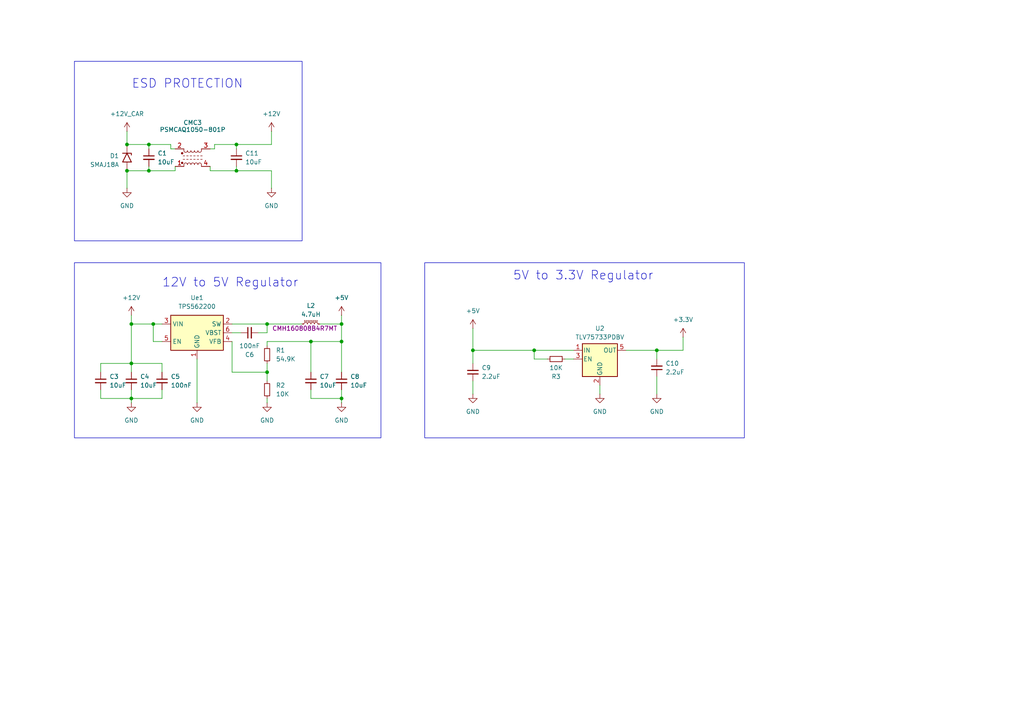
<source format=kicad_sch>
(kicad_sch (version 20231120) (generator "eeschema") (generator_version "8.0")
  (paper "A4")
  (lib_symbols
    (symbol "Device:C_Small" (pin_numbers hide) (pin_names (offset 0.254) hide)
      (property "Reference" "C" (at 0.254 1.778 0))
      (property "Value" "C_Small" (at 0.254 -2.032 0))
      (symbol "C_Small_0_1"
        (polyline (pts (xy -1.524 -0.508) (xy 1.524 -0.508)) (stroke (width 0.3302)))
        (polyline (pts (xy -1.524 0.508) (xy 1.524 0.508)) (stroke (width 0.3048)))
      )
      (symbol "C_Small_1_1"
        (pin passive line (at 0 2.54 270) (length 2.032) (name "~") (number "1"))
        (pin passive line (at 0 -2.54 90) (length 2.032) (name "~") (number "2"))
      )
    )
    (symbol "Device:L_Ferrite_Coupled_1423" (pin_names (offset 0.254) hide)
      (property "Reference" "L" (at 0 4.445 0))
      (property "Value" "L_Ferrite_Coupled_1423" (at 0 -4.445 0))
      (symbol "L_Ferrite_Coupled_1423_0_1"
        (circle (center -3.048 -1.27) (radius 0.254) (fill (type outline)))
        (circle (center -3.048 1.524) (radius 0.254) (fill (type outline)))
        (arc (start -2.54 2.032) (mid -2.032 1.5262) (end -1.524 2.032))
        (arc (start -1.524 -2.032) (mid -2.032 -1.5262) (end -2.54 -2.032))
        (arc (start -1.524 2.032) (mid -1.016 1.5262) (end -0.508 2.032))
        (arc (start -0.508 -2.032) (mid -1.016 -1.5262) (end -1.524 -2.032))
        (arc (start -0.508 2.032) (mid 0 1.5262) (end 0.508 2.032))
        (polyline (pts (xy -2.794 -0.508) (xy -2.286 -0.508)))
        (polyline (pts (xy -2.794 0.508) (xy -2.286 0.508)))
        (polyline (pts (xy -2.54 -2.032) (xy -2.54 -2.54)))
        (polyline (pts (xy -2.54 2.032) (xy -2.54 2.54)))
        (polyline (pts (xy -1.778 -0.508) (xy -1.27 -0.508)))
        (polyline (pts (xy -1.778 0.508) (xy -1.27 0.508)))
        (polyline (pts (xy -0.762 -0.508) (xy -0.254 -0.508)))
        (polyline (pts (xy -0.762 0.508) (xy -0.254 0.508)))
        (polyline (pts (xy 0.254 -0.508) (xy 0.762 -0.508)))
        (polyline (pts (xy 0.254 0.508) (xy 0.762 0.508)))
        (polyline (pts (xy 1.27 -0.508) (xy 1.778 -0.508)))
        (polyline (pts (xy 1.27 0.508) (xy 1.778 0.508)))
        (polyline (pts (xy 2.286 -0.508) (xy 2.794 -0.508)))
        (polyline (pts (xy 2.286 0.508) (xy 2.794 0.508)))
        (polyline (pts (xy 2.54 -2.032) (xy 2.54 -2.54)))
        (polyline (pts (xy 2.54 2.54) (xy 2.54 2.032)))
        (arc (start 0.508 -2.032) (mid 0 -1.5262) (end -0.508 -2.032))
        (arc (start 0.508 2.032) (mid 1.016 1.5262) (end 1.524 2.032))
        (arc (start 1.524 -2.032) (mid 1.016 -1.5262) (end 0.508 -2.032))
        (arc (start 1.524 2.032) (mid 2.032 1.5262) (end 2.54 2.032))
        (arc (start 2.54 -2.032) (mid 2.032 -1.5262) (end 1.524 -2.032))
      )
      (symbol "L_Ferrite_Coupled_1423_1_1"
        (pin passive line (at -5.08 2.54 0) (length 2.54) (name "1") (number "1"))
        (pin passive line (at -5.08 -2.54 0) (length 2.54) (name "2") (number "2"))
        (pin passive line (at 5.08 -2.54 180) (length 2.54) (name "3") (number "3"))
        (pin passive line (at 5.08 2.54 180) (length 2.54) (name "4") (number "4"))
      )
    )
    (symbol "Device:L_Ferrite_Small" (pin_numbers hide) (pin_names (offset 0.254) hide)
      (property "Reference" "L" (at 1.27 1.016 0))
      (property "Value" "L_Ferrite_Small" (at 1.27 -1.27 0))
      (symbol "L_Ferrite_Small_0_1"
        (arc (start 0 -2.032) (mid 0.5058 -1.524) (end 0 -1.016))
        (arc (start 0 -1.016) (mid 0.5058 -0.508) (end 0 0))
        (polyline (pts (xy 0.762 -1.905) (xy 0.762 -1.651)))
        (polyline (pts (xy 0.762 -1.397) (xy 0.762 -1.143)))
        (polyline (pts (xy 0.762 -0.889) (xy 0.762 -0.635)))
        (polyline (pts (xy 0.762 -0.381) (xy 0.762 -0.127)))
        (polyline (pts (xy 0.762 0.127) (xy 0.762 0.381)))
        (polyline (pts (xy 0.762 0.635) (xy 0.762 0.889)))
        (polyline (pts (xy 0.762 1.143) (xy 0.762 1.397)))
        (polyline (pts (xy 0.762 1.651) (xy 0.762 1.905)))
        (polyline (pts (xy 1.016 -1.651) (xy 1.016 -1.905)))
        (polyline (pts (xy 1.016 -1.143) (xy 1.016 -1.397)))
        (polyline (pts (xy 1.016 -0.635) (xy 1.016 -0.889)))
        (polyline (pts (xy 1.016 -0.127) (xy 1.016 -0.381)))
        (polyline (pts (xy 1.016 0.381) (xy 1.016 0.127)))
        (polyline (pts (xy 1.016 0.889) (xy 1.016 0.635)))
        (polyline (pts (xy 1.016 1.397) (xy 1.016 1.143)))
        (polyline (pts (xy 1.016 1.905) (xy 1.016 1.651)))
        (arc (start 0 0) (mid 0.5058 0.508) (end 0 1.016))
        (arc (start 0 1.016) (mid 0.5058 1.524) (end 0 2.032))
      )
      (symbol "L_Ferrite_Small_1_1"
        (pin passive line (at 0 2.54 270) (length 0.508) (name "~") (number "1"))
        (pin passive line (at 0 -2.54 90) (length 0.508) (name "~") (number "2"))
      )
    )
    (symbol "Device:R_Small" (pin_numbers hide) (pin_names (offset 0.254) hide)
      (property "Reference" "R" (at 0.762 0.508 0))
      (property "Value" "R_Small" (at 0.762 -1.016 0))
      (symbol "R_Small_0_1"
        (rectangle (start -0.762 1.778) (end 0.762 -1.778) (stroke (width 0.2032)))
      )
      (symbol "R_Small_1_1"
        (pin passive line (at 0 2.54 270) (length 0.762) (name "~") (number "1"))
        (pin passive line (at 0 -2.54 90) (length 0.762) (name "~") (number "2"))
      )
    )
    (symbol "Diode:SMAJ18A" (pin_numbers hide) (pin_names (offset 1.016) hide)
      (property "Reference" "D" (at 0 2.54 0))
      (property "Value" "SMAJ18A" (at 0 -2.54 0))
      (symbol "SMAJ18A_0_1"
        (polyline (pts (xy -0.762 1.27) (xy -1.27 1.27) (xy -1.27 -1.27)) (stroke (width 0.254)))
        (polyline (pts (xy 1.27 1.27) (xy 1.27 -1.27) (xy -1.27 0) (xy 1.27 1.27)) (stroke (width 0.254)))
      )
      (symbol "SMAJ18A_1_1"
        (pin passive line (at -3.81 0 0) (length 2.54) (name "A1") (number "1"))
        (pin passive line (at 3.81 0 180) (length 2.54) (name "A2") (number "2"))
      )
    )
    (symbol "Regulator_Linear:TLV75733PDBV" (pin_names (offset 0.254))
      (property "Reference" "U" (at -3.81 5.715 0))
      (property "Value" "TLV75733PDBV" (at 0 5.715 0))
      (symbol "TLV75733PDBV_0_1"
        (rectangle (start -5.08 4.445) (end 5.08 -5.08) (stroke (width 0.254)) (fill (type background)))
      )
      (symbol "TLV75733PDBV_1_1"
        (pin power_in line (at -7.62 2.54 0) (length 2.54) (name "IN") (number "1"))
        (pin power_in line (at 0 -7.62 90) (length 2.54) (name "GND") (number "2"))
        (pin input line (at -7.62 0 0) (length 2.54) (name "EN") (number "3"))
        (pin no_connect line (at 5.08 0 180) (length 2.54) hide (name "NC") (number "4"))
        (pin power_out line (at 7.62 2.54 180) (length 2.54) (name "OUT") (number "5"))
      )
    )
    (symbol "Regulator_Switching:TPS562200"
      (property "Reference" "U" (at -7.62 6.35 0))
      (property "Value" "TPS562200" (at -2.54 6.35 0))
      (symbol "TPS562200_0_1"
        (rectangle (start -7.62 5.08) (end 7.62 -5.08) (stroke (width 0.254)) (fill (type background)))
      )
      (symbol "TPS562200_1_1"
        (pin power_in line (at 0 -7.62 90) (length 2.54) (name "GND") (number "1"))
        (pin output line (at 10.16 2.54 180) (length 2.54) (name "SW") (number "2"))
        (pin power_in line (at -10.16 2.54 0) (length 2.54) (name "VIN") (number "3"))
        (pin input line (at 10.16 -2.54 180) (length 2.54) (name "VFB") (number "4"))
        (pin input line (at -10.16 -2.54 0) (length 2.54) (name "EN") (number "5"))
        (pin passive line (at 10.16 0 180) (length 2.54) (name "VBST") (number "6"))
      )
    )
    (symbol "power:+12V" (power) (pin_numbers hide) (pin_names (offset 0) hide)
      (property "Value" "+12V" (at 0 3.556 0))
      (symbol "+12V_0_1"
        (polyline (pts (xy -0.762 1.27) (xy 0 2.54)))
        (polyline (pts (xy 0 0) (xy 0 2.54)))
        (polyline (pts (xy 0 2.54) (xy 0.762 1.27)))
      )
      (symbol "+12V_1_1"
        (pin power_in line (at 0 0 90) (length 0) (name "~") (number "1"))
      )
    )
    (symbol "power:+3.3V" (power) (pin_numbers hide) (pin_names (offset 0) hide)
      (property "Value" "+3.3V" (at 0 3.556 0))
      (symbol "+3.3V_0_1"
        (polyline (pts (xy -0.762 1.27) (xy 0 2.54)))
        (polyline (pts (xy 0 0) (xy 0 2.54)))
        (polyline (pts (xy 0 2.54) (xy 0.762 1.27)))
      )
      (symbol "+3.3V_1_1"
        (pin power_in line (at 0 0 90) (length 0) (name "~") (number "1"))
      )
    )
    (symbol "power:+5V" (power) (pin_numbers hide) (pin_names (offset 0) hide)
      (property "Value" "+5V" (at 0 3.556 0))
      (symbol "+5V_0_1"
        (polyline (pts (xy -0.762 1.27) (xy 0 2.54)))
        (polyline (pts (xy 0 0) (xy 0 2.54)))
        (polyline (pts (xy 0 2.54) (xy 0.762 1.27)))
      )
      (symbol "+5V_1_1"
        (pin power_in line (at 0 0 90) (length 0) (name "~") (number "1"))
      )
    )
    (symbol "power:GND" (power) (pin_numbers hide) (pin_names (offset 0) hide)
      (property "Value" "GND" (at 0 -3.81 0))
      (symbol "GND_0_1"
        (polyline (pts (xy 0 0) (xy 0 -1.27) (xy 1.27 -1.27) (xy 0 -2.54) (xy -1.27 -1.27) (xy 0 -1.27)))
      )
      (symbol "GND_1_1"
        (pin power_in line (at 0 0 270) (length 0) (name "~") (number "1"))
      )
    )
  )
  (junction (at 99.06 99.06))
  (junction (at 43.18 49.53))
  (junction (at 77.47 93.98))
  (junction (at 90.17 99.06))
  (junction (at 99.06 115.57))
  (junction (at 38.1 115.57))
  (junction (at 36.83 41.91))
  (junction (at 190.5 101.6))
  (junction (at 77.47 107.95))
  (junction (at 137.16 101.6))
  (junction (at 38.1 105.41))
  (junction (at 99.06 93.98))
  (junction (at 154.94 101.6))
  (junction (at 68.58 41.91))
  (junction (at 44.45 93.98))
  (junction (at 36.83 49.53))
  (junction (at 38.1 93.98))
  (junction (at 43.18 41.91))
  (junction (at 68.58 49.53))
  (wire (pts (xy 36.83 38.1) (xy 36.83 41.91)))
  (wire (pts (xy 99.06 116.84) (xy 99.06 115.57)))
  (wire (pts (xy 68.58 49.53) (xy 78.74 49.53)))
  (wire (pts (xy 90.17 115.57) (xy 99.06 115.57)))
  (wire (pts (xy 173.99 111.76) (xy 173.99 114.3)))
  (wire (pts (xy 67.31 107.95) (xy 67.31 99.06)))
  (wire (pts (xy 77.47 116.84) (xy 77.47 115.57)))
  (wire (pts (xy 190.5 101.6) (xy 198.12 101.6)))
  (wire (pts (xy 60.96 49.53) (xy 68.58 49.53)))
  (wire (pts (xy 62.23 43.18) (xy 62.23 41.91)))
  (wire (pts (xy 99.06 115.57) (xy 99.06 113.03)))
  (wire (pts (xy 77.47 99.06) (xy 90.17 99.06)))
  (wire (pts (xy 90.17 113.03) (xy 90.17 115.57)))
  (wire (pts (xy 38.1 116.84) (xy 38.1 115.57)))
  (wire (pts (xy 44.45 93.98) (xy 46.99 93.98)))
  (wire (pts (xy 46.99 115.57) (xy 46.99 113.03)))
  (wire (pts (xy 60.96 49.53) (xy 60.96 48.26)))
  (wire (pts (xy 137.16 95.25) (xy 137.16 101.6)))
  (wire (pts (xy 99.06 99.06) (xy 99.06 107.95)))
  (wire (pts (xy 38.1 107.95) (xy 38.1 105.41)))
  (wire (pts (xy 90.17 107.95) (xy 90.17 99.06)))
  (wire (pts (xy 60.96 43.18) (xy 62.23 43.18)))
  (wire (pts (xy 38.1 113.03) (xy 38.1 115.57)))
  (wire (pts (xy 38.1 93.98) (xy 44.45 93.98)))
  (wire (pts (xy 46.99 99.06) (xy 44.45 99.06)))
  (wire (pts (xy 137.16 101.6) (xy 154.94 101.6)))
  (wire (pts (xy 163.83 104.14) (xy 166.37 104.14)))
  (wire (pts (xy 67.31 93.98) (xy 77.47 93.98)))
  (wire (pts (xy 43.18 49.53) (xy 50.8 49.53)))
  (wire (pts (xy 99.06 93.98) (xy 99.06 99.06)))
  (wire (pts (xy 38.1 105.41) (xy 29.21 105.41)))
  (wire (pts (xy 38.1 91.44) (xy 38.1 93.98)))
  (wire (pts (xy 67.31 96.52) (xy 69.85 96.52)))
  (wire (pts (xy 77.47 99.06) (xy 77.47 100.33)))
  (wire (pts (xy 43.18 41.91) (xy 43.18 43.18)))
  (wire (pts (xy 62.23 41.91) (xy 68.58 41.91)))
  (wire (pts (xy 49.53 43.18) (xy 50.8 43.18)))
  (wire (pts (xy 78.74 49.53) (xy 78.74 54.61)))
  (wire (pts (xy 78.74 41.91) (xy 78.74 38.1)))
  (wire (pts (xy 36.83 49.53) (xy 36.83 54.61)))
  (wire (pts (xy 77.47 107.95) (xy 77.47 105.41)))
  (wire (pts (xy 36.83 49.53) (xy 43.18 49.53)))
  (wire (pts (xy 57.15 104.14) (xy 57.15 116.84)))
  (wire (pts (xy 137.16 101.6) (xy 137.16 105.41)))
  (wire (pts (xy 68.58 49.53) (xy 68.58 48.26)))
  (wire (pts (xy 50.8 49.53) (xy 50.8 48.26)))
  (wire (pts (xy 198.12 101.6) (xy 198.12 97.79)))
  (wire (pts (xy 68.58 41.91) (xy 78.74 41.91)))
  (wire (pts (xy 99.06 93.98) (xy 99.06 91.44)))
  (wire (pts (xy 43.18 48.26) (xy 43.18 49.53)))
  (wire (pts (xy 92.71 93.98) (xy 99.06 93.98)))
  (wire (pts (xy 77.47 93.98) (xy 87.63 93.98)))
  (wire (pts (xy 181.61 101.6) (xy 190.5 101.6)))
  (wire (pts (xy 29.21 115.57) (xy 38.1 115.57)))
  (wire (pts (xy 158.75 104.14) (xy 154.94 104.14)))
  (wire (pts (xy 36.83 41.91) (xy 43.18 41.91)))
  (wire (pts (xy 49.53 41.91) (xy 49.53 43.18)))
  (wire (pts (xy 154.94 101.6) (xy 166.37 101.6)))
  (wire (pts (xy 77.47 110.49) (xy 77.47 107.95)))
  (wire (pts (xy 46.99 107.95) (xy 46.99 105.41)))
  (wire (pts (xy 46.99 105.41) (xy 38.1 105.41)))
  (wire (pts (xy 44.45 99.06) (xy 44.45 93.98)))
  (wire (pts (xy 77.47 96.52) (xy 77.47 93.98)))
  (wire (pts (xy 74.93 96.52) (xy 77.47 96.52)))
  (wire (pts (xy 43.18 41.91) (xy 49.53 41.91)))
  (wire (pts (xy 29.21 113.03) (xy 29.21 115.57)))
  (wire (pts (xy 137.16 110.49) (xy 137.16 114.3)))
  (wire (pts (xy 90.17 99.06) (xy 99.06 99.06)))
  (wire (pts (xy 190.5 101.6) (xy 190.5 104.14)))
  (wire (pts (xy 68.58 41.91) (xy 68.58 43.18)))
  (wire (pts (xy 190.5 109.22) (xy 190.5 114.3)))
  (wire (pts (xy 67.31 107.95) (xy 77.47 107.95)))
  (wire (pts (xy 154.94 104.14) (xy 154.94 101.6)))
  (wire (pts (xy 46.99 115.57) (xy 38.1 115.57)))
  (wire (pts (xy 38.1 105.41) (xy 38.1 93.98)))
  (wire (pts (xy 29.21 105.41) (xy 29.21 107.95)))
  (rectangle (start 21.59 17.78) (end 87.63 69.85))
  (rectangle (start 21.59 76.2) (end 110.49 127))
  (rectangle (start 123.19 76.2) (end 215.9 127))
  (text "ESD PROTECTION" (at 54.356 24.384 0) (effects (font (size 2.54 2.54))))
  (text "12V to 5V Regulator" (at 66.802 82.042 0) (effects (font (size 2.54 2.54))))
  (text "5V to 3.3V Regulator" (at 169.164 80.01 0) (effects (font (size 2.54 2.54))))
  (symbol (lib_id "power:+5V") (at 38.1 91.44 0) (unit 1)
    (property "Reference" "#PWR05" (effects (hide yes)))
    (property "Value" "+12V" (at 38.1 86.36 0))
    (property "Description" "Power symbol creates a global label with name \"+5V\"" (effects (hide yes)))
  )
  (symbol (lib_id "Device:C_Small") (at 137.16 107.95 180) (unit 1)
    (property "Reference" "C9" (at 139.7 106.6735 0) (effects (justify right)))
    (property "Value" "2.2uF" (at 139.7 109.2135 0) (effects (justify right)))
    (property "Footprint" "Capacitor_SMD:C_0603_1608Metric" (effects (hide yes)))
    (property "Description" "Unpolarized capacitor, small symbol" (effects (hide yes)))
    (property "LCSC" "C914769" (effects (hide yes)))
    (property "Manufacturer" "CC0603KRX7R7BB225" (effects (hide yes)))
  )
  (symbol (lib_id "Device:C_Small") (at 43.18 45.72 0) (unit 1)
    (property "Reference" "C1" (at 45.72 44.4562 0) (effects (justify left)))
    (property "Value" "10uF" (at 45.72 46.9962 0) (effects (justify left)))
    (property "Footprint" "Capacitor_SMD:C_1210_3225Metric" (effects (hide yes)))
    (property "Description" "Unpolarized capacitor, small symbol" (effects (hide yes)))
    (property "LCSC" "C596319" (effects (hide yes)))
    (property "Manufacturer" "CC1210KKX7R9BB106" (effects (hide yes)))
  )
  (symbol (lib_id "power:GND") (at 190.5 114.3 0) (unit 1)
    (property "Reference" "#PWR015" (effects (hide yes)))
    (property "Value" "GND" (at 190.5 119.38 0))
    (property "Description" "Power symbol creates a global label with name \"GND\" , ground" (effects (hide yes)))
  )
  (symbol (lib_id "Device:R_Small") (at 77.47 102.87 0) (unit 1)
    (property "Reference" "R1" (at 80.01 101.5999 0) (effects (justify left)))
    (property "Value" "54.9K" (at 80.01 104.1399 0) (effects (justify left)))
    (property "Footprint" "Resistor_SMD:R_0805_2012Metric" (effects (hide yes)))
    (property "Description" "Resistor, small symbol" (effects (hide yes)))
    (property "Manufacturer" "RT0805BRD0754K9L" (effects (hide yes)))
    (property "LCSC" "C865555" (effects (hide yes)))
  )
  (symbol (lib_id "Device:C_Small") (at 68.58 45.72 0) (unit 1)
    (property "Reference" "C11" (at 71.12 44.4562 0) (effects (justify left)))
    (property "Value" "10uF" (at 71.12 46.9962 0) (effects (justify left)))
    (property "Footprint" "Capacitor_SMD:C_1210_3225Metric" (effects (hide yes)))
    (property "Description" "Unpolarized capacitor, small symbol" (effects (hide yes)))
    (property "LCSC" "C596319" (effects (hide yes)))
    (property "Manufacturer" "CC1210KKX7R9BB106" (effects (hide yes)))
  )
  (symbol (lib_id "Device:L_Ferrite_Small") (at 90.17 93.98 90) (unit 1)
    (property "Reference" "L2" (at 90.17 88.646 90))
    (property "Value" "4.7uH" (at 90.17 91.186 90))
    (property "Footprint" "Inductor_SMD:L_0603_1608Metric" (effects (hide yes)))
    (property "Description" "Inductor with ferrite core, small symbol" (effects (hide yes)))
    (property "Model" "CMH160808B4R7MT" (at 88.392 95.25 90))
    (property "LCSC" "C394952" (effects (hide yes)))
    (property "Comment" "Current min 0.5A" (effects (hide yes)))
    (property "Manufacturer" "CMH160808B4R7MT" (effects (hide yes)))
    (property "Current" "0.5A" (effects (hide yes)))
  )
  (symbol (lib_id "Device:C_Small") (at 38.1 110.49 0) (unit 1)
    (property "Reference" "C4" (at 40.64 109.2262 0) (effects (justify left)))
    (property "Value" "10uF" (at 40.64 111.7662 0) (effects (justify left)))
    (property "Footprint" "Capacitor_SMD:C_1210_3225Metric" (effects (hide yes)))
    (property "Description" "Unpolarized capacitor, small symbol" (effects (hide yes)))
    (property "LCSC" "C596319" (effects (hide yes)))
    (property "Manufacturer" "CC1210KKX7R9BB106" (effects (hide yes)))
  )
  (symbol (lib_id "power:+3.3V") (at 137.16 95.25 0) (unit 1)
    (property "Reference" "#PWR011" (effects (hide yes)))
    (property "Value" "+5V" (at 137.16 90.17 0))
    (property "Description" "Power symbol creates a global label with name \"+3.3V\"" (effects (hide yes)))
  )
  (symbol (lib_id "power:GND") (at 173.99 114.3 0) (unit 1)
    (property "Reference" "#PWR013" (effects (hide yes)))
    (property "Value" "GND" (at 173.99 119.38 0))
    (property "Description" "Power symbol creates a global label with name \"GND\" , ground" (effects (hide yes)))
  )
  (symbol (lib_id "Device:R_Small") (at 161.29 104.14 90) (mirror x) (unit 1)
    (property "Reference" "R3" (at 161.29 109.22 90))
    (property "Value" "10K" (at 161.29 106.68 90))
    (property "Footprint" "Resistor_SMD:R_0805_2012Metric" (effects (hide yes)))
    (property "Description" "Resistor, small symbol" (effects (hide yes)))
    (property "LCSC" "C84376" (effects (hide yes)))
    (property "Manufacturer" "  RC0805FR-0710KL" (effects (hide yes)))
  )
  (symbol (lib_id "Device:C_Small") (at 99.06 110.49 0) (unit 1)
    (property "Reference" "C8" (at 101.6 109.2262 0) (effects (justify left)))
    (property "Value" "10uF" (at 101.6 111.7662 0) (effects (justify left)))
    (property "Footprint" "Capacitor_SMD:C_1210_3225Metric" (effects (hide yes)))
    (property "Description" "Unpolarized capacitor, small symbol" (effects (hide yes)))
    (property "LCSC" "C596319" (effects (hide yes)))
    (property "Manufacturer" "CC1210KKX7R9BB106" (effects (hide yes)))
  )
  (symbol (lib_id "Device:C_Small") (at 46.99 110.49 0) (unit 1)
    (property "Reference" "C5" (at 49.53 109.2262 0) (effects (justify left)))
    (property "Value" "100nF" (at 49.53 111.7662 0) (effects (justify left)))
    (property "Footprint" "Capacitor_SMD:C_0805_2012Metric" (effects (hide yes)))
    (property "Description" "Unpolarized capacitor, small symbol" (effects (hide yes)))
    (property "LCSC" "C111492" (effects (hide yes)))
    (property "Manufacturer" "CC0805JRX7R9BB104" (effects (hide yes)))
  )
  (symbol (lib_id "Device:C_Small") (at 190.5 106.68 180) (unit 1)
    (property "Reference" "C10" (at 193.04 105.4035 0) (effects (justify right)))
    (property "Value" "2.2uF" (at 193.04 107.9435 0) (effects (justify right)))
    (property "Footprint" "Capacitor_SMD:C_0603_1608Metric" (effects (hide yes)))
    (property "Description" "Unpolarized capacitor, small symbol" (effects (hide yes)))
    (property "LCSC" "C914769" (effects (hide yes)))
    (property "Manufacturer" "CC0603KRX7R7BB225" (effects (hide yes)))
  )
  (symbol (lib_id "power:+3.3V") (at 198.12 97.79 0) (unit 1)
    (property "Reference" "#PWR014" (effects (hide yes)))
    (property "Value" "+3.3V" (at 198.12 92.71 0))
    (property "Description" "Power symbol creates a global label with name \"+3.3V\"" (effects (hide yes)))
  )
  (symbol (lib_id "power:GND") (at 77.47 116.84 0) (unit 1)
    (property "Reference" "#PWR08" (effects (hide yes)))
    (property "Value" "GND" (at 77.47 121.92 0))
    (property "Description" "Power symbol creates a global label with name \"GND\" , ground" (effects (hide yes)))
  )
  (symbol (lib_id "power:GND") (at 36.83 54.61 0) (unit 1)
    (property "Reference" "#PWR02" (effects (hide yes)))
    (property "Value" "GND" (at 36.83 59.69 0))
    (property "Description" "Power symbol creates a global label with name \"GND\" , ground" (effects (hide yes)))
  )
  (symbol (lib_id "power:GND") (at 137.16 114.3 0) (unit 1)
    (property "Reference" "#PWR012" (effects (hide yes)))
    (property "Value" "GND" (at 137.16 119.38 0))
    (property "Description" "Power symbol creates a global label with name \"GND\" , ground" (effects (hide yes)))
  )
  (symbol (lib_id "Device:C_Small") (at 72.39 96.52 90) (mirror x) (unit 1)
    (property "Reference" "C6" (at 72.3963 102.87 90))
    (property "Value" "100nF" (at 72.3963 100.33 90))
    (property "Footprint" "Capacitor_SMD:C_0805_2012Metric" (effects (hide yes)))
    (property "Description" "Unpolarized capacitor, small symbol" (effects (hide yes)))
    (property "LCSC" "C111492" (effects (hide yes)))
    (property "Manufacturer" "CC0805JRX7R9BB104" (effects (hide yes)))
  )
  (symbol (lib_id "power:+3.3V") (at 99.06 91.44 0) (unit 1)
    (property "Reference" "#PWR09" (effects (hide yes)))
    (property "Value" "+5V" (at 99.06 86.36 0))
    (property "Description" "Power symbol creates a global label with name \"+3.3V\"" (effects (hide yes)))
  )
  (symbol (lib_id "power:+12V") (at 36.83 38.1 0) (unit 1)
    (property "Reference" "#PWR01" (effects (hide yes)))
    (property "Value" "+12V_CAR" (at 36.83 33.02 0))
    (property "Description" "Power symbol creates a global label with name \"+12V\"" (effects (hide yes)))
  )
  (symbol (lib_id "power:GND") (at 38.1 116.84 0) (unit 1)
    (property "Reference" "#PWR06" (effects (hide yes)))
    (property "Value" "GND" (at 38.1 121.92 0))
    (property "Description" "Power symbol creates a global label with name \"GND\" , ground" (effects (hide yes)))
  )
  (symbol (lib_id "power:GND") (at 57.15 116.84 0) (unit 1)
    (property "Reference" "#PWR07" (effects (hide yes)))
    (property "Value" "GND" (at 57.15 121.92 0))
    (property "Description" "Power symbol creates a global label with name \"GND\" , ground" (effects (hide yes)))
  )
  (symbol (lib_id "Regulator_Switching:TPS562200") (at 57.15 96.52 0) (unit 1)
    (property "Reference" "Ue1" (at 57.15 86.36 0))
    (property "Value" "TPS562200" (at 57.15 88.9 0))
    (property "Footprint" "Package_TO_SOT_SMD:SOT-23-6" (effects (hide yes)))
    (property "Datasheet" "http://www.ti.com/lit/ds/symlink/tps563200.pdf" (effects (hide yes)))
    (property "Description" "2A Synchronous Step-Down Voltage Regulator, Adjustable Output Voltage, 4.5-17V Input Voltage, SOT-23-6" (effects (hide yes)))
    (property "LCSC" "C49757" (effects (hide yes)))
    (property "Manufacturer" "TPS562200DDCR" (effects (hide yes)))
  )
  (symbol (lib_id "Device:L_Ferrite_Coupled_1423") (at 55.88 45.72 0) (mirror x) (unit 1)
    (property "Reference" "CMC3" (at 55.88 35.56 0))
    (property "Value" "PSMCAQ1050-801P" (at 55.88 37.592 0))
    (property "Footprint" "Inductor_SMD:L_CommonModeChoke_Wuerth_WE-SL5" (effects (hide yes)))
    (property "Description" "Coupled inductor with ferrite core" (effects (hide yes)))
    (property "LCSC" "C2962894" (effects (hide yes)))
    (property "Manufacturer" "PSMCAQ1050-801P" (effects (hide yes)))
  )
  (symbol (lib_id "power:+12V") (at 78.74 38.1 0) (unit 1)
    (property "Reference" "#PWR04" (effects (hide yes)))
    (property "Value" "+12V" (at 78.74 33.02 0))
    (property "Description" "Power symbol creates a global label with name \"+12V\"" (effects (hide yes)))
  )
  (symbol (lib_id "Device:C_Small") (at 90.17 110.49 0) (unit 1)
    (property "Reference" "C7" (at 92.71 109.2262 0) (effects (justify left)))
    (property "Value" "10uF" (at 92.71 111.7662 0) (effects (justify left)))
    (property "Footprint" "Capacitor_SMD:C_1210_3225Metric" (effects (hide yes)))
    (property "Description" "Unpolarized capacitor, small symbol" (effects (hide yes)))
    (property "LCSC" "C596319" (effects (hide yes)))
    (property "Manufacturer" "CC1210KKX7R9BB106" (effects (hide yes)))
  )
  (symbol (lib_id "power:GND") (at 78.74 54.61 0) (unit 1)
    (property "Reference" "#PWR03" (effects (hide yes)))
    (property "Value" "GND" (at 78.74 59.69 0))
    (property "Description" "Power symbol creates a global label with name \"GND\" , ground" (effects (hide yes)))
  )
  (symbol (lib_id "Device:R_Small") (at 77.47 113.03 0) (unit 1)
    (property "Reference" "R2" (at 80.01 111.7599 0) (effects (justify left)))
    (property "Value" "10K" (at 80.01 114.2999 0) (effects (justify left)))
    (property "Footprint" "Resistor_SMD:R_0805_2012Metric" (effects (hide yes)))
    (property "Description" "Resistor, small symbol" (effects (hide yes)))
    (property "Manufacturer" "RT0805BRD0710KL" (effects (hide yes)))
    (property "LCSC" "C110775" (effects (hide yes)))
  )
  (symbol (lib_id "power:GND") (at 99.06 116.84 0) (unit 1)
    (property "Reference" "#PWR010" (effects (hide yes)))
    (property "Value" "GND" (at 99.06 121.92 0))
    (property "Description" "Power symbol creates a global label with name \"GND\" , ground" (effects (hide yes)))
  )
  (symbol (lib_id "Device:C_Small") (at 29.21 110.49 0) (unit 1)
    (property "Reference" "C3" (at 31.75 109.2262 0) (effects (justify left)))
    (property "Value" "10uF" (at 31.75 111.7662 0) (effects (justify left)))
    (property "Footprint" "Capacitor_SMD:C_1210_3225Metric" (effects (hide yes)))
    (property "Description" "Unpolarized capacitor, small symbol" (effects (hide yes)))
    (property "LCSC" "C596319" (effects (hide yes)))
    (property "Manufacturer" "CC1210KKX7R9BB106" (effects (hide yes)))
  )
  (symbol (lib_id "Diode:SMAJ18A") (at 36.83 45.72 270) (unit 1)
    (property "Reference" "D1" (at 34.544 45.212 90) (effects (justify right)))
    (property "Value" "SMAJ18A" (at 34.544 47.752 90) (effects (justify right)))
    (property "Footprint" "Diode_SMD:D_SMA" (effects (hide yes)))
    (property "Datasheet" "https://www.littelfuse.com/media?resourcetype=datasheets&itemid=75e32973-b177-4ee3-a0ff-cedaf1abdb93&filename=smaj-datasheet" (effects (hide yes)))
    (property "Description" "400W unidirectional Transient Voltage Suppressor, 18.0Vr, SMA(DO-214AC)" (effects (hide yes)))
  )
  (symbol (lib_id "Regulator_Linear:TLV75733PDBV") (at 173.99 104.14 0) (unit 1)
    (property "Reference" "U2" (at 173.99 95.25 0))
    (property "Value" "TLV75733PDBV" (at 173.99 97.79 0))
    (property "Footprint" "Package_TO_SOT_SMD:SOT-23-5" (effects (hide yes)))
    (property "Datasheet" "https://www.ti.com/lit/ds/symlink/tlv757p.pdf" (effects (hide yes)))
    (property "Description" "1A Low IQ Small Size Low Dropout Voltage Regulator, Fixed Output 3.3V, SOT-23-5" (effects (hide yes)))
    (property "LCSC" "C485517" (effects (hide yes)))
    (property "Manufacturer" "TLV75733PDBVR" (effects (hide yes)))
  )
)
</source>
